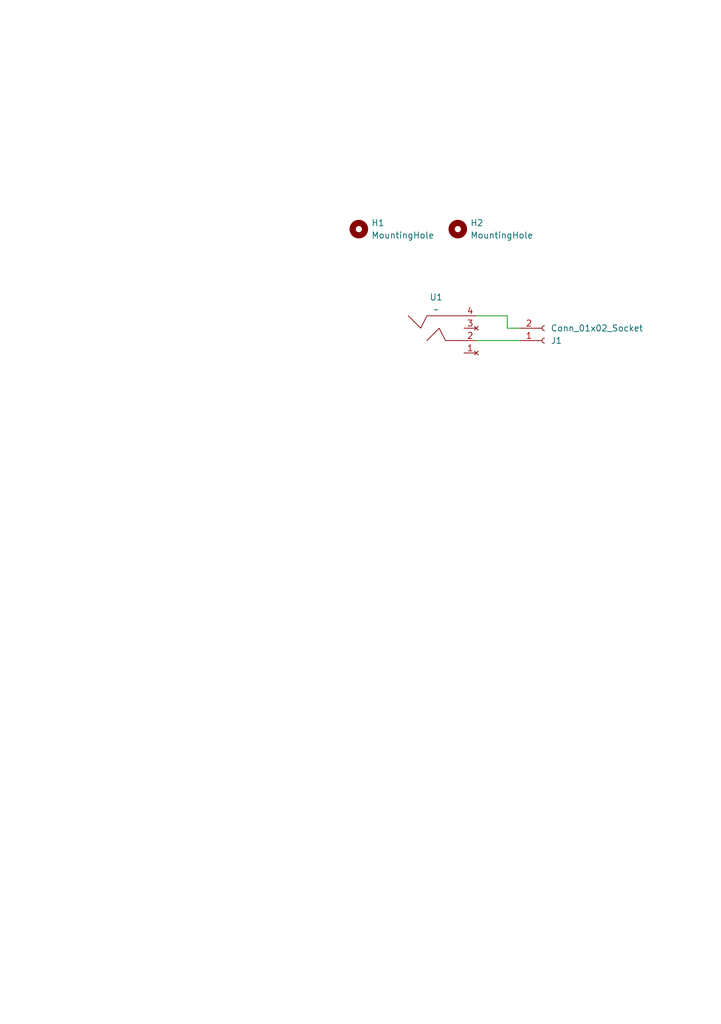
<source format=kicad_sch>
(kicad_sch (version 20250114) (generator "eeschema") (generator_version "9.0")
  (paper "A5" portrait)
  (lib_symbols
    (symbol "Connector:Conn_01x02_Socket" (pin_names (offset 1.016) (hide yes))
      (property "Reference" "J" (at 0 2.54 0))
      (property "Value" "Conn_01x02_Socket" (at 0 -5.08 0))
      (symbol "Conn_01x02_Socket_1_1"
        (polyline (pts (xy -1.27 0) (xy -0.508 0)) (stroke (width 0.1524)))
        (polyline (pts (xy -1.27 -2.54) (xy -0.508 -2.54)) (stroke (width 0.1524)))
        (arc (start 0 -0.508) (mid -0.5058 0) (end 0 0.508) (stroke (width 0.1524)))
        (arc (start 0 -3.048) (mid -0.5058 -2.54) (end 0 -2.032) (stroke (width 0.1524)))
        (pin passive line (at -5.08 0 0) (length 3.81) (name "Pin_1") (number "1"))
        (pin passive line (at -5.08 -2.54 0) (length 3.81) (name "Pin_2") (number "2"))
      )
    )
    (symbol "KiCadLib:PJ-2180-SMT"
      (property "Reference" "U" (at 0 4.064 0))
      (symbol "PJ-2180-SMT_0_1"
        (polyline (pts (xy 3.81 1.27) (xy -3.81 1.27) (xy -5.08 -1.27) (xy -7.62 1.27)))
        (polyline (pts (xy 3.81 -3.81) (xy 0 -3.81) (xy -1.27 -1.27) (xy -3.81 -3.81)))
      )
      (symbol "PJ-2180-SMT_1_1"
        (pin output line (at 6.35 1.27 180) (length 2.54) (name "") (number "4"))
        (pin no_connect line (at 6.35 -1.27 180) (length 2.54) (name "") (number "3"))
        (pin output line (at 6.35 -3.81 180) (length 2.54) (name "") (number "2"))
        (pin no_connect line (at 6.35 -6.35 180) (length 2.54) (name "") (number "1"))
      )
    )
    (symbol "Mechanical:MountingHole" (pin_names (offset 1.016)) (in_bom no)
      (property "Reference" "H" (at 0 5.08 0))
      (property "Value" "MountingHole" (at 0 3.175 0))
      (symbol "MountingHole_0_1"
        (circle (center 0 0) (radius 1.27) (stroke (width 1.27)))
      )
    )
  )
  (wire (pts (xy 104.14 67.31) (xy 106.68 67.31)))
  (wire (pts (xy 97.79 64.77) (xy 104.14 64.77)))
  (wire (pts (xy 97.79 69.85) (xy 106.68 69.85)))
  (wire (pts (xy 104.14 64.77) (xy 104.14 67.31)))
  (symbol (lib_id "Connector:Conn_01x02_Socket") (at 111.76 69.85 0) (mirror x) (unit 1)
    (property "Reference" "J1" (at 113.03 69.8501 0) (effects (justify left)))
    (property "Value" "Conn_01x02_Socket" (at 113.03 67.3101 0) (effects (justify left)))
    (property "Footprint" "Connector_Wire:SolderWire-0.75sqmm_1x02_P7mm_D1.25mm_OD3.5mm" (effects (hide yes)))
    (property "Description" "Generic connector, single row, 01x02, script generated" (effects (hide yes)))
  )
  (symbol (lib_id "KiCadLib:PJ-2180-SMT") (at 91.44 66.04 0) (unit 1)
    (property "Reference" "U1" (at 89.535 60.96 0))
    (property "Value" "~" (at 89.535 63.5 0))
    (property "Footprint" "KiCadLib:PJ-218X-SMT" (effects (hide yes)))
  )
  (symbol (lib_id "Mechanical:MountingHole") (at 93.98 46.99 0) (unit 1) (in_bom no)
    (property "Reference" "H2" (at 96.52 45.7199 0) (effects (justify left)))
    (property "Value" "MountingHole" (at 96.52 48.2599 0) (effects (justify left)))
    (property "Footprint" "MountingHole:MountingHole_2.7mm_M2.5" (effects (hide yes)))
    (property "Description" "Mounting Hole without connection" (effects (hide yes)))
  )
  (symbol (lib_id "Mechanical:MountingHole") (at 73.66 46.99 0) (unit 1) (in_bom no)
    (property "Reference" "H1" (at 76.2 45.7199 0) (effects (justify left)))
    (property "Value" "MountingHole" (at 76.2 48.2599 0) (effects (justify left)))
    (property "Footprint" "MountingHole:MountingHole_2.7mm_M2.5" (effects (hide yes)))
    (property "Description" "Mounting Hole without connection" (effects (hide yes)))
  )
)
</source>
